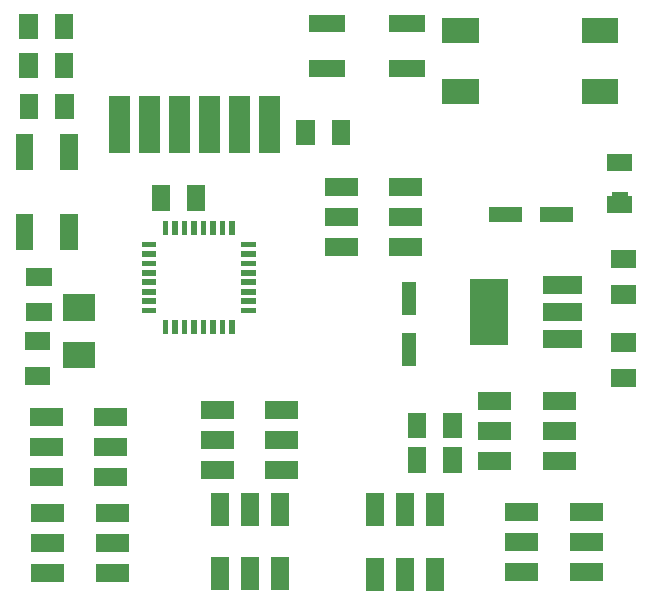
<source format=gbr>
G04 start of page 11 for group -4063 idx -4063 *
G04 Title: (unknown), componentmask *
G04 Creator: pcb 20140316 *
G04 CreationDate: Wed Jul  8 15:06:37 2015 UTC *
G04 For: frankenteddy *
G04 Format: Gerber/RS-274X *
G04 PCB-Dimensions (mil): 3270.00 2515.00 *
G04 PCB-Coordinate-Origin: lower left *
%MOIN*%
%FSLAX25Y25*%
%LNTOPMASK*%
%ADD68R,0.0187X0.0187*%
%ADD67R,0.0700X0.0700*%
%ADD66R,0.1280X0.1280*%
%ADD65R,0.0494X0.0494*%
%ADD64R,0.0620X0.0620*%
%ADD63R,0.0218X0.0218*%
%ADD62R,0.0572X0.0572*%
%ADD61R,0.0848X0.0848*%
%ADD60R,0.0887X0.0887*%
%ADD59R,0.0610X0.0610*%
%ADD58R,0.0600X0.0600*%
G54D58*X69000Y70500D02*X74000D01*
X69000Y80500D02*X74000D01*
X69500Y38500D02*X74500D01*
X69500Y48500D02*X74500D01*
X69500Y58500D02*X74500D01*
X69000Y90500D02*X74000D01*
X90500Y70500D02*X95500D01*
X91000Y38500D02*X96000D01*
X91000Y48500D02*X96000D01*
X91000Y58500D02*X96000D01*
X90500Y80500D02*X95500D01*
X90500Y90500D02*X95500D01*
G54D59*X67350Y104150D02*X69750D01*
X67350Y115950D02*X69750D01*
G54D60*X81556Y111282D02*X83131D01*
G54D61*X254185Y219473D02*X257728D01*
X254185Y199000D02*X257728D01*
X207728D02*X211272D01*
X207728Y219473D02*X211272D01*
G54D62*X188550Y206800D02*X194849D01*
X188550Y221761D02*X194849D01*
X161779Y206800D02*X168078D01*
X161779Y221761D02*X168078D01*
X261222Y161521D02*X263978D01*
X261222Y175300D02*X263978D01*
G54D63*X261025Y164473D02*X264175D01*
G54D59*X262600Y143200D02*X265000D01*
X262600Y131400D02*X265000D01*
G54D64*X240200Y116500D02*X246800D01*
X240200Y125500D02*X246800D01*
X240200Y134600D02*X246800D01*
G54D65*X221550Y158173D02*X227455D01*
X238479D02*X244384D01*
G54D59*X262600Y115400D02*X265000D01*
G54D66*X219100Y130000D02*Y121000D01*
G54D65*X192327Y116055D02*Y110150D01*
Y132984D02*Y127079D01*
G54D58*X167200Y147100D02*X172200D01*
X167200Y157100D02*X172200D01*
X167200Y167100D02*X172200D01*
X188700Y147100D02*X193700D01*
X188700Y157100D02*X193700D01*
X188700Y167100D02*X193700D01*
G54D59*X262600Y103600D02*X265000D01*
G54D58*X240000Y96000D02*X245000D01*
X240000Y86000D02*X245000D01*
X240000Y76000D02*X245000D01*
X249000Y49000D02*X254000D01*
X218500Y76000D02*X223500D01*
X227500Y39000D02*X232500D01*
X227500Y49000D02*X232500D01*
X227500Y59000D02*X232500D01*
X249000Y39000D02*X254000D01*
X200900Y40700D02*Y35700D01*
X249000Y59000D02*X254000D01*
X200900Y62200D02*Y57200D01*
X190900Y62200D02*Y57200D01*
X180900Y62200D02*Y57200D01*
X218500Y96000D02*X223500D01*
X218500Y86000D02*X223500D01*
G54D59*X195050Y88950D02*Y86550D01*
X206850Y88950D02*Y86550D01*
X195050Y77450D02*Y75050D01*
X206850Y77450D02*Y75050D01*
G54D58*X190900Y40700D02*Y35700D01*
X180900Y40700D02*Y35700D01*
X149400Y40800D02*Y35800D01*
X139400Y40800D02*Y35800D01*
X129400Y40800D02*Y35800D01*
X149400Y62300D02*Y57300D01*
X147400Y83000D02*X152400D01*
X147400Y93000D02*X152400D01*
X139400Y62300D02*Y57300D01*
X129400Y62300D02*Y57300D01*
X125900Y73000D02*X130900D01*
X147400D02*X152400D01*
X125900Y83000D02*X130900D01*
X125900Y93000D02*X130900D01*
G54D62*X79000Y155378D02*Y149079D01*
X64039Y182149D02*Y175850D01*
Y155378D02*Y149079D01*
X79000Y182149D02*Y175850D01*
G54D59*X65700Y195200D02*Y192800D01*
X77500Y195200D02*Y192800D01*
G54D67*X95700Y194200D02*Y182200D01*
G54D59*X65500Y221900D02*Y219500D01*
X77300Y221900D02*Y219500D01*
X65550Y208950D02*Y206550D01*
X77350Y208950D02*Y206550D01*
G54D67*X105700Y194200D02*Y182200D01*
X115700Y194200D02*Y182200D01*
X125700Y194200D02*Y182200D01*
G54D59*X121400Y164700D02*Y162300D01*
G54D67*X135700Y194200D02*Y182200D01*
X145700Y194200D02*Y182200D01*
G54D59*X157800Y186600D02*Y184200D01*
X169600Y186600D02*Y184200D01*
X109600Y164700D02*Y162300D01*
G54D68*X104258Y148073D02*X107184D01*
X104258Y144924D02*X107184D01*
X104258Y141774D02*X107184D01*
X104258Y138625D02*X107184D01*
X104258Y135475D02*X107184D01*
X111226Y155042D02*Y152116D01*
X104258Y132325D02*X107184D01*
X104258Y129176D02*X107184D01*
X104258Y126026D02*X107184D01*
X111227Y121984D02*Y119058D01*
G54D60*X81556Y127030D02*X83131D01*
G54D59*X67750Y125450D02*X70150D01*
X67750Y137250D02*X70150D01*
G54D68*X114376Y121984D02*Y119058D01*
X117526Y121984D02*Y119058D01*
X120675Y121984D02*Y119058D01*
X123825Y121984D02*Y119058D01*
X126975Y121984D02*Y119058D01*
X130124Y121984D02*Y119058D01*
X133274Y121984D02*Y119058D01*
X137316Y126027D02*X140242D01*
X137316Y129176D02*X140242D01*
X137316Y132326D02*X140242D01*
X137316Y135475D02*X140242D01*
X137316Y138625D02*X140242D01*
X137316Y141775D02*X140242D01*
X137316Y144924D02*X140242D01*
X137316Y148074D02*X140242D01*
X133273Y155042D02*Y152116D01*
X130124Y155042D02*Y152116D01*
X126974Y155042D02*Y152116D01*
X123825Y155042D02*Y152116D01*
X120675Y155042D02*Y152116D01*
X117525Y155042D02*Y152116D01*
X114376Y155042D02*Y152116D01*
M02*

</source>
